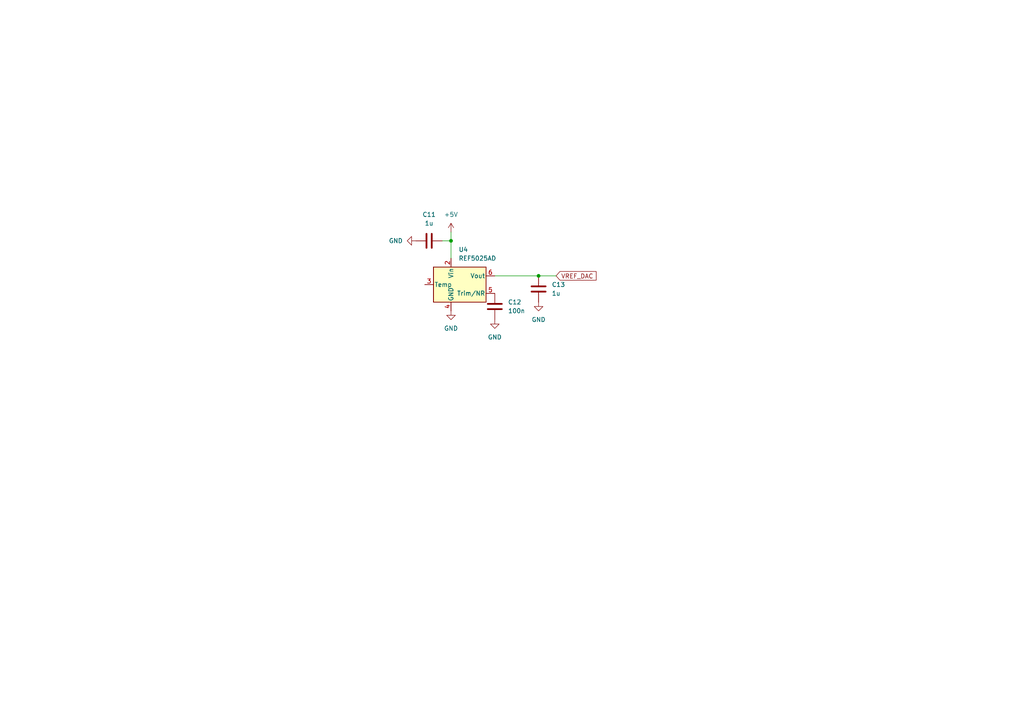
<source format=kicad_sch>
(kicad_sch (version 20231120) (generator "eeschema") (generator_version "8.0")
  (paper "A4")
  (lib_symbols
    (symbol "Device:C" (pin_numbers hide) (pin_names (offset 0.254))
      (property "Reference" "C" (at 0.635 2.54 0))
      (property "Value" "C" (at 0.635 -2.54 0))
      (symbol "C_0_1"
        (polyline (pts (xy -2.032 -0.762) (xy 2.032 -0.762)) (stroke (width 0.508)))
        (polyline (pts (xy -2.032 0.762) (xy 2.032 0.762)) (stroke (width 0.508)))
      )
      (symbol "C_1_1"
        (pin passive line (at 0 3.81 270) (length 2.794) (name "~") (number "1"))
        (pin passive line (at 0 -3.81 90) (length 2.794) (name "~") (number "2"))
      )
    )
    (symbol "Reference_Voltage:REF5025AD" (pin_names (offset 0.254))
      (property "Reference" "U" (at -1.27 8.255 0))
      (property "Value" "REF5025AD" (at -1.27 6.35 0))
      (symbol "REF5025AD_0_1"
        (rectangle (start -7.62 5.08) (end 7.62 -5.08) (stroke (width 0.254)) (fill (type background)))
      )
      (symbol "REF5025AD_1_1"
        (pin no_connect line (at -7.62 2.54 0) (length 2.54) hide (name "DNC") (number "1"))
        (pin power_in line (at -2.54 7.62 270) (length 2.54) (name "Vin") (number "2"))
        (pin passive line (at -10.16 0 0) (length 2.54) (name "Temp") (number "3"))
        (pin power_in line (at -2.54 -7.62 90) (length 2.54) (name "GND") (number "4"))
        (pin passive line (at 10.16 -2.54 180) (length 2.54) (name "Trim/NR") (number "5"))
        (pin power_out line (at 10.16 2.54 180) (length 2.54) (name "Vout") (number "6"))
        (pin no_connect line (at -5.08 -5.08 90) (length 2.54) hide (name "NC") (number "7"))
        (pin no_connect line (at 7.62 0 180) (length 2.54) hide (name "DNC") (number "8"))
      )
    )
    (symbol "power:+5V" (power) (pin_names (offset 0))
      (property "Value" "+5V" (at 0 3.556 0))
      (symbol "+5V_0_1"
        (polyline (pts (xy -0.762 1.27) (xy 0 2.54)))
        (polyline (pts (xy 0 0) (xy 0 2.54)))
        (polyline (pts (xy 0 2.54) (xy 0.762 1.27)))
      )
      (symbol "+5V_1_1"
        (pin power_in line (at 0 0 90) (length 0) hide (name "+5V") (number "1"))
      )
    )
    (symbol "power:GND" (power) (pin_names (offset 0))
      (property "Value" "GND" (at 0 -3.81 0))
      (symbol "GND_0_1"
        (polyline (pts (xy 0 0) (xy 0 -1.27) (xy 1.27 -1.27) (xy 0 -2.54) (xy -1.27 -1.27) (xy 0 -1.27)))
      )
      (symbol "GND_1_1"
        (pin power_in line (at 0 0 270) (length 0) hide (name "GND") (number "1"))
      )
    )
  )
  (junction (at 156.21 80.01))
  (junction (at 130.81 69.85))
  (wire (pts (xy 156.21 80.01) (xy 161.29 80.01)))
  (wire (pts (xy 130.81 69.85) (xy 130.81 74.93)))
  (wire (pts (xy 128.27 69.85) (xy 130.81 69.85)))
  (wire (pts (xy 130.81 67.31) (xy 130.81 69.85)))
  (wire (pts (xy 143.51 80.01) (xy 156.21 80.01)))
  (global_label "VREF_DAC" (shape input) (at 161.29 80.01 0) (property "Intersheetrefs" "${INTERSHEET_REFS}" (effects (hide yes))))
  (symbol (lib_id "power:GND") (at 143.51 92.71 0) (unit 1)
    (property "Reference" "#PWR033" (effects (hide yes)))
    (property "Value" "GND" (at 143.51 97.79 0))
    (property "Description" "Power symbol creates a global label with name \"GND\" , ground" (effects (hide yes)))
  )
  (symbol (lib_id "Device:C") (at 156.21 83.82 0) (unit 1)
    (property "Reference" "C13" (at 160.02 82.5499 0) (effects (justify left)))
    (property "Value" "1u" (at 160.02 85.0899 0) (effects (justify left)))
    (property "Footprint" "Capacitor_SMD:C_0805_2012Metric" (effects (hide yes)))
    (property "Description" "Unpolarized capacitor" (effects (hide yes)))
  )
  (symbol (lib_id "Device:C") (at 124.46 69.85 90) (unit 1)
    (property "Reference" "C11" (at 124.46 62.23 90))
    (property "Value" "1u" (at 124.46 64.77 90))
    (property "Footprint" "Capacitor_SMD:C_0805_2012Metric" (effects (hide yes)))
    (property "Description" "Unpolarized capacitor" (effects (hide yes)))
  )
  (symbol (lib_id "Reference_Voltage:REF5025AD") (at 133.35 82.55 0) (unit 1)
    (property "Reference" "U4" (at 133.0041 72.39 0) (effects (justify left)))
    (property "Value" "REF5025AD" (at 133.0041 74.93 0) (effects (justify left)))
    (property "Footprint" "Package_SO:SOIC-8_3.9x4.9mm_P1.27mm" (effects (hide yes)))
    (property "Datasheet" "http://www.ti.com/lit/ds/symlink/ref5030.pdf" (effects (hide yes)))
    (property "Description" "2.5V 0.1% 10mA Low Noise Precision Voltage Reference, SO-8" (effects (hide yes)))
  )
  (symbol (lib_id "power:+5V") (at 130.81 67.31 0) (unit 1)
    (property "Reference" "#PWR031" (effects (hide yes)))
    (property "Value" "+5V" (at 130.81 62.23 0))
    (property "Description" "Power symbol creates a global label with name \"+5V\"" (effects (hide yes)))
  )
  (symbol (lib_id "power:GND") (at 130.81 90.17 0) (unit 1)
    (property "Reference" "#PWR032" (effects (hide yes)))
    (property "Value" "GND" (at 130.81 95.25 0))
    (property "Description" "Power symbol creates a global label with name \"GND\" , ground" (effects (hide yes)))
  )
  (symbol (lib_id "power:GND") (at 120.65 69.85 270) (unit 1)
    (property "Reference" "#PWR030" (effects (hide yes)))
    (property "Value" "GND" (at 116.84 69.8499 90) (effects (justify right)))
    (property "Description" "Power symbol creates a global label with name \"GND\" , ground" (effects (hide yes)))
  )
  (symbol (lib_id "Device:C") (at 143.51 88.9 0) (unit 1)
    (property "Reference" "C12" (at 147.32 87.6299 0) (effects (justify left)))
    (property "Value" "100n" (at 147.32 90.1699 0) (effects (justify left)))
    (property "Footprint" "Capacitor_SMD:C_0805_2012Metric" (effects (hide yes)))
    (property "Description" "Unpolarized capacitor" (effects (hide yes)))
  )
  (symbol (lib_id "power:GND") (at 156.21 87.63 0) (unit 1)
    (property "Reference" "#PWR034" (effects (hide yes)))
    (property "Value" "GND" (at 156.21 92.71 0))
    (property "Description" "Power symbol creates a global label with name \"GND\" , ground" (effects (hide yes)))
  )
)
</source>
